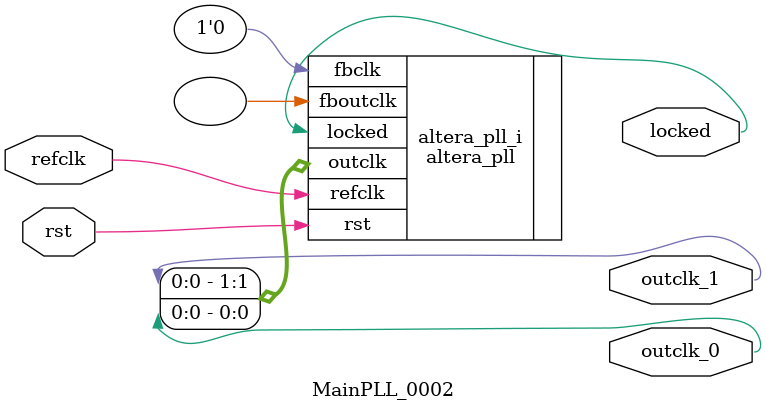
<source format=v>
`timescale 1ns/10ps
module  MainPLL_0002(

	// interface 'refclk'
	input wire refclk,

	// interface 'reset'
	input wire rst,

	// interface 'outclk0'
	output wire outclk_0,

	// interface 'outclk1'
	output wire outclk_1,

	// interface 'locked'
	output wire locked
);

	altera_pll #(
		.fractional_vco_multiplier("false"),
		.reference_clock_frequency("50.0 MHz"),
		.operation_mode("direct"),
		.number_of_clocks(2),
		.output_clock_frequency0("100.000000 MHz"),
		.phase_shift0("0 ps"),
		.duty_cycle0(50),
		.output_clock_frequency1("25.000000 MHz"),
		.phase_shift1("0 ps"),
		.duty_cycle1(50),
		.output_clock_frequency2("0 MHz"),
		.phase_shift2("0 ps"),
		.duty_cycle2(50),
		.output_clock_frequency3("0 MHz"),
		.phase_shift3("0 ps"),
		.duty_cycle3(50),
		.output_clock_frequency4("0 MHz"),
		.phase_shift4("0 ps"),
		.duty_cycle4(50),
		.output_clock_frequency5("0 MHz"),
		.phase_shift5("0 ps"),
		.duty_cycle5(50),
		.output_clock_frequency6("0 MHz"),
		.phase_shift6("0 ps"),
		.duty_cycle6(50),
		.output_clock_frequency7("0 MHz"),
		.phase_shift7("0 ps"),
		.duty_cycle7(50),
		.output_clock_frequency8("0 MHz"),
		.phase_shift8("0 ps"),
		.duty_cycle8(50),
		.output_clock_frequency9("0 MHz"),
		.phase_shift9("0 ps"),
		.duty_cycle9(50),
		.output_clock_frequency10("0 MHz"),
		.phase_shift10("0 ps"),
		.duty_cycle10(50),
		.output_clock_frequency11("0 MHz"),
		.phase_shift11("0 ps"),
		.duty_cycle11(50),
		.output_clock_frequency12("0 MHz"),
		.phase_shift12("0 ps"),
		.duty_cycle12(50),
		.output_clock_frequency13("0 MHz"),
		.phase_shift13("0 ps"),
		.duty_cycle13(50),
		.output_clock_frequency14("0 MHz"),
		.phase_shift14("0 ps"),
		.duty_cycle14(50),
		.output_clock_frequency15("0 MHz"),
		.phase_shift15("0 ps"),
		.duty_cycle15(50),
		.output_clock_frequency16("0 MHz"),
		.phase_shift16("0 ps"),
		.duty_cycle16(50),
		.output_clock_frequency17("0 MHz"),
		.phase_shift17("0 ps"),
		.duty_cycle17(50),
		.pll_type("General"),
		.pll_subtype("General")
	) altera_pll_i (
		.rst	(rst),
		.outclk	({outclk_1, outclk_0}),
		.locked	(locked),
		.fboutclk	( ),
		.fbclk	(1'b0),
		.refclk	(refclk)
	);
endmodule


</source>
